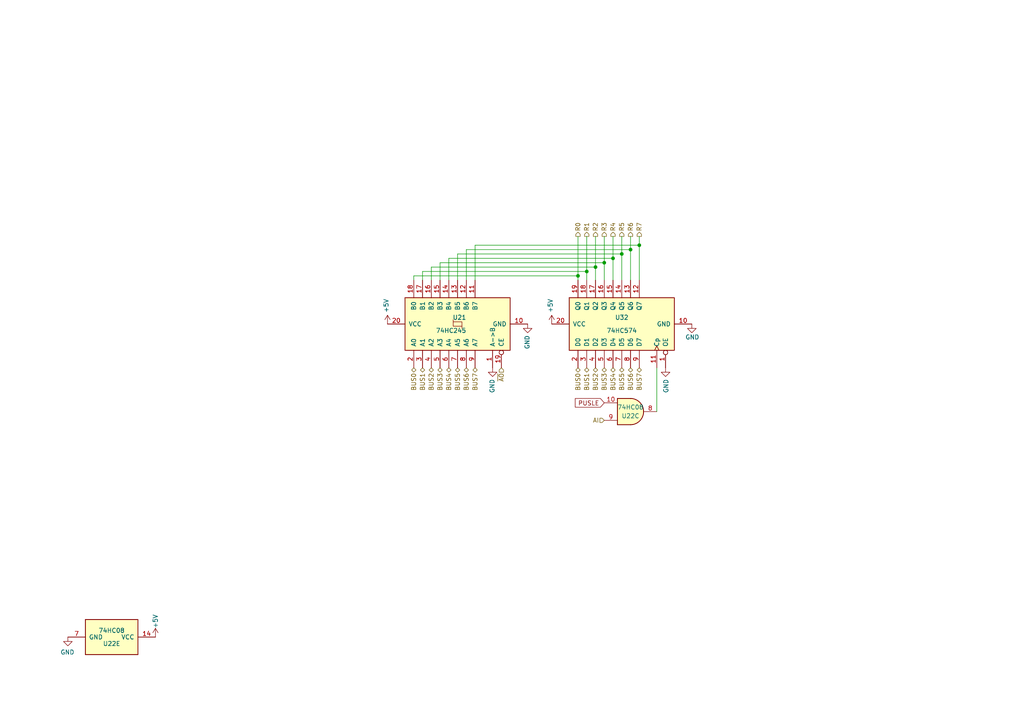
<source format=kicad_sch>
(kicad_sch (version 20211123) (generator eeschema)

  (uuid f8529c76-1044-4634-9957-c14ed2657ad1)

  (paper "A4")

  (title_block
    (title "A Register")
    (date "2022-07-16")
    (rev "1.6")
    (comment 2 "creativecommons.org/licenses/by-nc-sa/3.0/deed.en")
    (comment 3 "License: CC BY-NC-SA 3.0")
    (comment 4 "Author: Carsten Herting (slu4)")
  )

  (lib_symbols
    (symbol "74xx:74HC245" (pin_names (offset 1.016)) (in_bom yes) (on_board yes)
      (property "Reference" "U" (id 0) (at -7.62 16.51 0)
        (effects (font (size 1.27 1.27)))
      )
      (property "Value" "74HC245" (id 1) (at -7.62 -16.51 0)
        (effects (font (size 1.27 1.27)))
      )
      (property "Footprint" "" (id 2) (at 0 0 0)
        (effects (font (size 1.27 1.27)) hide)
      )
      (property "Datasheet" "http://www.ti.com/lit/gpn/sn74HC245" (id 3) (at 0 0 0)
        (effects (font (size 1.27 1.27)) hide)
      )
      (property "ki_locked" "" (id 4) (at 0 0 0)
        (effects (font (size 1.27 1.27)))
      )
      (property "ki_keywords" "HCMOS BUS 3State" (id 5) (at 0 0 0)
        (effects (font (size 1.27 1.27)) hide)
      )
      (property "ki_description" "Octal BUS Transceivers, 3-State outputs" (id 6) (at 0 0 0)
        (effects (font (size 1.27 1.27)) hide)
      )
      (property "ki_fp_filters" "DIP?20*" (id 7) (at 0 0 0)
        (effects (font (size 1.27 1.27)) hide)
      )
      (symbol "74HC245_1_0"
        (polyline
          (pts
            (xy -0.635 -1.27)
            (xy -0.635 1.27)
            (xy 0.635 1.27)
          )
          (stroke (width 0) (type default) (color 0 0 0 0))
          (fill (type none))
        )
        (polyline
          (pts
            (xy -1.27 -1.27)
            (xy 0.635 -1.27)
            (xy 0.635 1.27)
            (xy 1.27 1.27)
          )
          (stroke (width 0) (type default) (color 0 0 0 0))
          (fill (type none))
        )
        (pin input line (at -12.7 -10.16 0) (length 5.08)
          (name "A->B" (effects (font (size 1.27 1.27))))
          (number "1" (effects (font (size 1.27 1.27))))
        )
        (pin power_in line (at 0 -20.32 90) (length 5.08)
          (name "GND" (effects (font (size 1.27 1.27))))
          (number "10" (effects (font (size 1.27 1.27))))
        )
        (pin tri_state line (at 12.7 -5.08 180) (length 5.08)
          (name "B7" (effects (font (size 1.27 1.27))))
          (number "11" (effects (font (size 1.27 1.27))))
        )
        (pin tri_state line (at 12.7 -2.54 180) (length 5.08)
          (name "B6" (effects (font (size 1.27 1.27))))
          (number "12" (effects (font (size 1.27 1.27))))
        )
        (pin tri_state line (at 12.7 0 180) (length 5.08)
          (name "B5" (effects (font (size 1.27 1.27))))
          (number "13" (effects (font (size 1.27 1.27))))
        )
        (pin tri_state line (at 12.7 2.54 180) (length 5.08)
          (name "B4" (effects (font (size 1.27 1.27))))
          (number "14" (effects (font (size 1.27 1.27))))
        )
        (pin tri_state line (at 12.7 5.08 180) (length 5.08)
          (name "B3" (effects (font (size 1.27 1.27))))
          (number "15" (effects (font (size 1.27 1.27))))
        )
        (pin tri_state line (at 12.7 7.62 180) (length 5.08)
          (name "B2" (effects (font (size 1.27 1.27))))
          (number "16" (effects (font (size 1.27 1.27))))
        )
        (pin tri_state line (at 12.7 10.16 180) (length 5.08)
          (name "B1" (effects (font (size 1.27 1.27))))
          (number "17" (effects (font (size 1.27 1.27))))
        )
        (pin tri_state line (at 12.7 12.7 180) (length 5.08)
          (name "B0" (effects (font (size 1.27 1.27))))
          (number "18" (effects (font (size 1.27 1.27))))
        )
        (pin input inverted (at -12.7 -12.7 0) (length 5.08)
          (name "CE" (effects (font (size 1.27 1.27))))
          (number "19" (effects (font (size 1.27 1.27))))
        )
        (pin tri_state line (at -12.7 12.7 0) (length 5.08)
          (name "A0" (effects (font (size 1.27 1.27))))
          (number "2" (effects (font (size 1.27 1.27))))
        )
        (pin power_in line (at 0 20.32 270) (length 5.08)
          (name "VCC" (effects (font (size 1.27 1.27))))
          (number "20" (effects (font (size 1.27 1.27))))
        )
        (pin tri_state line (at -12.7 10.16 0) (length 5.08)
          (name "A1" (effects (font (size 1.27 1.27))))
          (number "3" (effects (font (size 1.27 1.27))))
        )
        (pin tri_state line (at -12.7 7.62 0) (length 5.08)
          (name "A2" (effects (font (size 1.27 1.27))))
          (number "4" (effects (font (size 1.27 1.27))))
        )
        (pin tri_state line (at -12.7 5.08 0) (length 5.08)
          (name "A3" (effects (font (size 1.27 1.27))))
          (number "5" (effects (font (size 1.27 1.27))))
        )
        (pin tri_state line (at -12.7 2.54 0) (length 5.08)
          (name "A4" (effects (font (size 1.27 1.27))))
          (number "6" (effects (font (size 1.27 1.27))))
        )
        (pin tri_state line (at -12.7 0 0) (length 5.08)
          (name "A5" (effects (font (size 1.27 1.27))))
          (number "7" (effects (font (size 1.27 1.27))))
        )
        (pin tri_state line (at -12.7 -2.54 0) (length 5.08)
          (name "A6" (effects (font (size 1.27 1.27))))
          (number "8" (effects (font (size 1.27 1.27))))
        )
        (pin tri_state line (at -12.7 -5.08 0) (length 5.08)
          (name "A7" (effects (font (size 1.27 1.27))))
          (number "9" (effects (font (size 1.27 1.27))))
        )
      )
      (symbol "74HC245_1_1"
        (rectangle (start -7.62 15.24) (end 7.62 -15.24)
          (stroke (width 0.254) (type default) (color 0 0 0 0))
          (fill (type background))
        )
      )
    )
    (symbol "8-Bit CPU 32k:74HC08" (pin_names (offset 1.016)) (in_bom yes) (on_board yes)
      (property "Reference" "U" (id 0) (at 0 1.27 0)
        (effects (font (size 1.27 1.27)))
      )
      (property "Value" "74HC08" (id 1) (at 0 -1.27 0)
        (effects (font (size 1.27 1.27)))
      )
      (property "Footprint" "" (id 2) (at 0 0 0)
        (effects (font (size 1.27 1.27)) hide)
      )
      (property "Datasheet" "http://www.ti.com/lit/gpn/sn74LS08" (id 3) (at 0 0 0)
        (effects (font (size 1.27 1.27)) hide)
      )
      (property "ki_locked" "" (id 4) (at 0 0 0)
        (effects (font (size 1.27 1.27)))
      )
      (property "ki_keywords" "TTL and2" (id 5) (at 0 0 0)
        (effects (font (size 1.27 1.27)) hide)
      )
      (property "ki_description" "Quad And2" (id 6) (at 0 0 0)
        (effects (font (size 1.27 1.27)) hide)
      )
      (property "ki_fp_filters" "DIP*W7.62mm*" (id 7) (at 0 0 0)
        (effects (font (size 1.27 1.27)) hide)
      )
      (symbol "74HC08_1_1"
        (arc (start 0 -3.81) (mid 3.81 0) (end 0 3.81)
          (stroke (width 0.254) (type default) (color 0 0 0 0))
          (fill (type background))
        )
        (polyline
          (pts
            (xy 0 3.81)
            (xy -3.81 3.81)
            (xy -3.81 -3.81)
            (xy 0 -3.81)
          )
          (stroke (width 0.254) (type default) (color 0 0 0 0))
          (fill (type background))
        )
        (pin input line (at -7.62 2.54 0) (length 3.81)
          (name "~" (effects (font (size 1.27 1.27))))
          (number "1" (effects (font (size 1.27 1.27))))
        )
        (pin input line (at -7.62 -2.54 0) (length 3.81)
          (name "~" (effects (font (size 1.27 1.27))))
          (number "2" (effects (font (size 1.27 1.27))))
        )
        (pin output line (at 7.62 0 180) (length 3.81)
          (name "~" (effects (font (size 1.27 1.27))))
          (number "3" (effects (font (size 1.27 1.27))))
        )
      )
      (symbol "74HC08_1_2"
        (arc (start -3.81 -3.81) (mid -2.589 0) (end -3.81 3.81)
          (stroke (width 0.254) (type default) (color 0 0 0 0))
          (fill (type none))
        )
        (arc (start -0.6096 -3.81) (mid 2.1842 -2.5851) (end 3.81 0)
          (stroke (width 0.254) (type default) (color 0 0 0 0))
          (fill (type background))
        )
        (polyline
          (pts
            (xy -3.81 -3.81)
            (xy -0.635 -3.81)
          )
          (stroke (width 0.254) (type default) (color 0 0 0 0))
          (fill (type background))
        )
        (polyline
          (pts
            (xy -3.81 3.81)
            (xy -0.635 3.81)
          )
          (stroke (width 0.254) (type default) (color 0 0 0 0))
          (fill (type background))
        )
        (polyline
          (pts
            (xy -0.635 3.81)
            (xy -3.81 3.81)
            (xy -3.81 3.81)
            (xy -3.556 3.4036)
            (xy -3.0226 2.2606)
            (xy -2.6924 1.0414)
            (xy -2.6162 -0.254)
            (xy -2.7686 -1.4986)
            (xy -3.175 -2.7178)
            (xy -3.81 -3.81)
            (xy -3.81 -3.81)
            (xy -0.635 -3.81)
          )
          (stroke (width -25.4) (type default) (color 0 0 0 0))
          (fill (type background))
        )
        (arc (start 3.81 0) (mid 2.1915 2.5936) (end -0.6096 3.81)
          (stroke (width 0.254) (type default) (color 0 0 0 0))
          (fill (type background))
        )
        (pin input inverted (at -7.62 2.54 0) (length 4.318)
          (name "~" (effects (font (size 1.27 1.27))))
          (number "1" (effects (font (size 1.27 1.27))))
        )
        (pin input inverted (at -7.62 -2.54 0) (length 4.318)
          (name "~" (effects (font (size 1.27 1.27))))
          (number "2" (effects (font (size 1.27 1.27))))
        )
        (pin output inverted (at 7.62 0 180) (length 3.81)
          (name "~" (effects (font (size 1.27 1.27))))
          (number "3" (effects (font (size 1.27 1.27))))
        )
      )
      (symbol "74HC08_2_1"
        (arc (start 0 -3.81) (mid 3.81 0) (end 0 3.81)
          (stroke (width 0.254) (type default) (color 0 0 0 0))
          (fill (type background))
        )
        (polyline
          (pts
            (xy 0 3.81)
            (xy -3.81 3.81)
            (xy -3.81 -3.81)
            (xy 0 -3.81)
          )
          (stroke (width 0.254) (type default) (color 0 0 0 0))
          (fill (type background))
        )
        (pin input line (at -7.62 2.54 0) (length 3.81)
          (name "~" (effects (font (size 1.27 1.27))))
          (number "4" (effects (font (size 1.27 1.27))))
        )
        (pin input line (at -7.62 -2.54 0) (length 3.81)
          (name "~" (effects (font (size 1.27 1.27))))
          (number "5" (effects (font (size 1.27 1.27))))
        )
        (pin output line (at 7.62 0 180) (length 3.81)
          (name "~" (effects (font (size 1.27 1.27))))
          (number "6" (effects (font (size 1.27 1.27))))
        )
      )
      (symbol "74HC08_2_2"
        (arc (start -3.81 -3.81) (mid -2.589 0) (end -3.81 3.81)
          (stroke (width 0.254) (type default) (color 0 0 0 0))
          (fill (type none))
        )
        (arc (start -0.6096 -3.81) (mid 2.1842 -2.5851) (end 3.81 0)
          (stroke (width 0.254) (type default) (color 0 0 0 0))
          (fill (type background))
        )
        (polyline
          (pts
            (xy -3.81 -3.81)
            (xy -0.635 -3.81)
          )
          (stroke (width 0.254) (type default) (color 0 0 0 0))
          (fill (type background))
        )
        (polyline
          (pts
            (xy -3.81 3.81)
            (xy -0.635 3.81)
          )
          (stroke (width 0.254) (type default) (color 0 0 0 0))
          (fill (type background))
        )
        (polyline
          (pts
            (xy -0.635 3.81)
            (xy -3.81 3.81)
            (xy -3.81 3.81)
            (xy -3.556 3.4036)
            (xy -3.0226 2.2606)
            (xy -2.6924 1.0414)
            (xy -2.6162 -0.254)
            (xy -2.7686 -1.4986)
            (xy -3.175 -2.7178)
            (xy -3.81 -3.81)
            (xy -3.81 -3.81)
            (xy -0.635 -3.81)
          )
          (stroke (width -25.4) (type default) (color 0 0 0 0))
          (fill (type background))
        )
        (arc (start 3.81 0) (mid 2.1915 2.5936) (end -0.6096 3.81)
          (stroke (width 0.254) (type default) (color 0 0 0 0))
          (fill (type background))
        )
        (pin input inverted (at -7.62 2.54 0) (length 4.318)
          (name "~" (effects (font (size 1.27 1.27))))
          (number "4" (effects (font (size 1.27 1.27))))
        )
        (pin input inverted (at -7.62 -2.54 0) (length 4.318)
          (name "~" (effects (font (size 1.27 1.27))))
          (number "5" (effects (font (size 1.27 1.27))))
        )
        (pin output inverted (at 7.62 0 180) (length 3.81)
          (name "~" (effects (font (size 1.27 1.27))))
          (number "6" (effects (font (size 1.27 1.27))))
        )
      )
      (symbol "74HC08_3_1"
        (arc (start 0 -3.81) (mid 3.81 0) (end 0 3.81)
          (stroke (width 0.254) (type default) (color 0 0 0 0))
          (fill (type background))
        )
        (polyline
          (pts
            (xy 0 3.81)
            (xy -3.81 3.81)
            (xy -3.81 -3.81)
            (xy 0 -3.81)
          )
          (stroke (width 0.254) (type default) (color 0 0 0 0))
          (fill (type background))
        )
        (pin input line (at -7.62 -2.54 0) (length 3.81)
          (name "~" (effects (font (size 1.27 1.27))))
          (number "10" (effects (font (size 1.27 1.27))))
        )
        (pin output line (at 7.62 0 180) (length 3.81)
          (name "~" (effects (font (size 1.27 1.27))))
          (number "8" (effects (font (size 1.27 1.27))))
        )
        (pin input line (at -7.62 2.54 0) (length 3.81)
          (name "~" (effects (font (size 1.27 1.27))))
          (number "9" (effects (font (size 1.27 1.27))))
        )
      )
      (symbol "74HC08_3_2"
        (arc (start -3.81 -3.81) (mid -2.589 0) (end -3.81 3.81)
          (stroke (width 0.254) (type default) (color 0 0 0 0))
          (fill (type none))
        )
        (arc (start -0.6096 -3.81) (mid 2.1842 -2.5851) (end 3.81 0)
          (stroke (width 0.254) (type default) (color 0 0 0 0))
          (fill (type background))
        )
        (polyline
          (pts
            (xy -3.81 -3.81)
            (xy -0.635 -3.81)
          )
          (stroke (width 0.254) (type default) (color 0 0 0 0))
          (fill (type background))
        )
        (polyline
          (pts
            (xy -3.81 3.81)
            (xy -0.635 3.81)
          )
          (stroke (width 0.254) (type default) (color 0 0 0 0))
          (fill (type background))
        )
        (polyline
          (pts
            (xy -0.635 3.81)
            (xy -3.81 3.81)
            (xy -3.81 3.81)
            (xy -3.556 3.4036)
            (xy -3.0226 2.2606)
            (xy -2.6924 1.0414)
            (xy -2.6162 -0.254)
            (xy -2.7686 -1.4986)
            (xy -3.175 -2.7178)
            (xy -3.81 -3.81)
            (xy -3.81 -3.81)
            (xy -0.635 -3.81)
          )
          (stroke (width -25.4) (type default) (color 0 0 0 0))
          (fill (type background))
        )
        (arc (start 3.81 0) (mid 2.1915 2.5936) (end -0.6096 3.81)
          (stroke (width 0.254) (type default) (color 0 0 0 0))
          (fill (type background))
        )
        (pin input inverted (at -7.62 -2.54 0) (length 4.318)
          (name "~" (effects (font (size 1.27 1.27))))
          (number "10" (effects (font (size 1.27 1.27))))
        )
        (pin output inverted (at 7.62 0 180) (length 3.81)
          (name "~" (effects (font (size 1.27 1.27))))
          (number "8" (effects (font (size 1.27 1.27))))
        )
        (pin input inverted (at -7.62 2.54 0) (length 4.318)
          (name "~" (effects (font (size 1.27 1.27))))
          (number "9" (effects (font (size 1.27 1.27))))
        )
      )
      (symbol "74HC08_4_1"
        (arc (start 0 -3.81) (mid 3.81 0) (end 0 3.81)
          (stroke (width 0.254) (type default) (color 0 0 0 0))
          (fill (type background))
        )
        (polyline
          (pts
            (xy 0 3.81)
            (xy -3.81 3.81)
            (xy -3.81 -3.81)
            (xy 0 -3.81)
          )
          (stroke (width 0.254) (type default) (color 0 0 0 0))
          (fill (type background))
        )
        (pin output line (at 7.62 0 180) (length 3.81)
          (name "~" (effects (font (size 1.27 1.27))))
          (number "11" (effects (font (size 1.27 1.27))))
        )
        (pin input line (at -7.62 2.54 0) (length 3.81)
          (name "~" (effects (font (size 1.27 1.27))))
          (number "12" (effects (font (size 1.27 1.27))))
        )
        (pin input line (at -7.62 -2.54 0) (length 3.81)
          (name "~" (effects (font (size 1.27 1.27))))
          (number "13" (effects (font (size 1.27 1.27))))
        )
      )
      (symbol "74HC08_4_2"
        (arc (start -3.81 -3.81) (mid -2.589 0) (end -3.81 3.81)
          (stroke (width 0.254) (type default) (color 0 0 0 0))
          (fill (type none))
        )
        (arc (start -0.6096 -3.81) (mid 2.1842 -2.5851) (end 3.81 0)
          (stroke (width 0.254) (type default) (color 0 0 0 0))
          (fill (type background))
        )
        (polyline
          (pts
            (xy -3.81 -3.81)
            (xy -0.635 -3.81)
          )
          (stroke (width 0.254) (type default) (color 0 0 0 0))
          (fill (type background))
        )
        (polyline
          (pts
            (xy -3.81 3.81)
            (xy -0.635 3.81)
          )
          (stroke (width 0.254) (type default) (color 0 0 0 0))
          (fill (type background))
        )
        (polyline
          (pts
            (xy -0.635 3.81)
            (xy -3.81 3.81)
            (xy -3.81 3.81)
            (xy -3.556 3.4036)
            (xy -3.0226 2.2606)
            (xy -2.6924 1.0414)
            (xy -2.6162 -0.254)
            (xy -2.7686 -1.4986)
            (xy -3.175 -2.7178)
            (xy -3.81 -3.81)
            (xy -3.81 -3.81)
            (xy -0.635 -3.81)
          )
          (stroke (width -25.4) (type default) (color 0 0 0 0))
          (fill (type background))
        )
        (arc (start 3.81 0) (mid 2.1915 2.5936) (end -0.6096 3.81)
          (stroke (width 0.254) (type default) (color 0 0 0 0))
          (fill (type background))
        )
        (pin output inverted (at 7.62 0 180) (length 3.81)
          (name "~" (effects (font (size 1.27 1.27))))
          (number "11" (effects (font (size 1.27 1.27))))
        )
        (pin input inverted (at -7.62 2.54 0) (length 4.318)
          (name "~" (effects (font (size 1.27 1.27))))
          (number "12" (effects (font (size 1.27 1.27))))
        )
        (pin input inverted (at -7.62 -2.54 0) (length 4.318)
          (name "~" (effects (font (size 1.27 1.27))))
          (number "13" (effects (font (size 1.27 1.27))))
        )
      )
      (symbol "74HC08_5_0"
        (pin power_in line (at 0 12.7 270) (length 5.08)
          (name "VCC" (effects (font (size 1.27 1.27))))
          (number "14" (effects (font (size 1.27 1.27))))
        )
        (pin power_in line (at 0 -12.7 90) (length 5.08)
          (name "GND" (effects (font (size 1.27 1.27))))
          (number "7" (effects (font (size 1.27 1.27))))
        )
      )
      (symbol "74HC08_5_1"
        (rectangle (start -5.08 7.62) (end 5.08 -7.62)
          (stroke (width 0.254) (type default) (color 0 0 0 0))
          (fill (type background))
        )
      )
    )
    (symbol "8-Bit CPU 32k:74HC574" (pin_names (offset 1.016)) (in_bom yes) (on_board yes)
      (property "Reference" "U" (id 0) (at -7.62 16.51 0)
        (effects (font (size 1.27 1.27)))
      )
      (property "Value" "74HC574" (id 1) (at -7.62 -16.51 0)
        (effects (font (size 1.27 1.27)))
      )
      (property "Footprint" "" (id 2) (at 0 0 0)
        (effects (font (size 1.27 1.27)) hide)
      )
      (property "Datasheet" "http://www.ti.com/lit/gpn/sn74LS574" (id 3) (at 0 0 0)
        (effects (font (size 1.27 1.27)) hide)
      )
      (property "ki_locked" "" (id 4) (at 0 0 0)
        (effects (font (size 1.27 1.27)))
      )
      (property "ki_keywords" "TTL REG DFF DFF8 3State" (id 5) (at 0 0 0)
        (effects (font (size 1.27 1.27)) hide)
      )
      (property "ki_description" "8-bit Register, 3-state outputs" (id 6) (at 0 0 0)
        (effects (font (size 1.27 1.27)) hide)
      )
      (property "ki_fp_filters" "DIP?20*" (id 7) (at 0 0 0)
        (effects (font (size 1.27 1.27)) hide)
      )
      (symbol "74HC574_1_0"
        (pin input inverted (at -12.7 -12.7 0) (length 5.08)
          (name "OE" (effects (font (size 1.27 1.27))))
          (number "1" (effects (font (size 1.27 1.27))))
        )
        (pin power_in line (at 0 -20.32 90) (length 5.08)
          (name "GND" (effects (font (size 1.27 1.27))))
          (number "10" (effects (font (size 1.27 1.27))))
        )
        (pin input clock (at -12.7 -10.16 0) (length 5.08)
          (name "Cp" (effects (font (size 1.27 1.27))))
          (number "11" (effects (font (size 1.27 1.27))))
        )
        (pin tri_state line (at 12.7 -5.08 180) (length 5.08)
          (name "Q7" (effects (font (size 1.27 1.27))))
          (number "12" (effects (font (size 1.27 1.27))))
        )
        (pin tri_state line (at 12.7 -2.54 180) (length 5.08)
          (name "Q6" (effects (font (size 1.27 1.27))))
          (number "13" (effects (font (size 1.27 1.27))))
        )
        (pin tri_state line (at 12.7 0 180) (length 5.08)
          (name "Q5" (effects (font (size 1.27 1.27))))
          (number "14" (effects (font (size 1.27 1.27))))
        )
        (pin tri_state line (at 12.7 2.54 180) (length 5.08)
          (name "Q4" (effects (font (size 1.27 1.27))))
          (number "15" (effects (font (size 1.27 1.27))))
        )
        (pin tri_state line (at 12.7 5.08 180) (length 5.08)
          (name "Q3" (effects (font (size 1.27 1.27))))
          (number "16" (effects (font (size 1.27 1.27))))
        )
        (pin tri_state line (at 12.7 7.62 180) (length 5.08)
          (name "Q2" (effects (font (size 1.27 1.27))))
          (number "17" (effects (font (size 1.27 1.27))))
        )
        (pin tri_state line (at 12.7 10.16 180) (length 5.08)
          (name "Q1" (effects (font (size 1.27 1.27))))
          (number "18" (effects (font (size 1.27 1.27))))
        )
        (pin tri_state line (at 12.7 12.7 180) (length 5.08)
          (name "Q0" (effects (font (size 1.27 1.27))))
          (number "19" (effects (font (size 1.27 1.27))))
        )
        (pin input line (at -12.7 12.7 0) (length 5.08)
          (name "D0" (effects (font (size 1.27 1.27))))
          (number "2" (effects (font (size 1.27 1.27))))
        )
        (pin power_in line (at 0 20.32 270) (length 5.08)
          (name "VCC" (effects (font (size 1.27 1.27))))
          (number "20" (effects (font (size 1.27 1.27))))
        )
        (pin input line (at -12.7 10.16 0) (length 5.08)
          (name "D1" (effects (font (size 1.27 1.27))))
          (number "3" (effects (font (size 1.27 1.27))))
        )
        (pin input line (at -12.7 7.62 0) (length 5.08)
          (name "D2" (effects (font (size 1.27 1.27))))
          (number "4" (effects (font (size 1.27 1.27))))
        )
        (pin input line (at -12.7 5.08 0) (length 5.08)
          (name "D3" (effects (font (size 1.27 1.27))))
          (number "5" (effects (font (size 1.27 1.27))))
        )
        (pin input line (at -12.7 2.54 0) (length 5.08)
          (name "D4" (effects (font (size 1.27 1.27))))
          (number "6" (effects (font (size 1.27 1.27))))
        )
        (pin input line (at -12.7 0 0) (length 5.08)
          (name "D5" (effects (font (size 1.27 1.27))))
          (number "7" (effects (font (size 1.27 1.27))))
        )
        (pin input line (at -12.7 -2.54 0) (length 5.08)
          (name "D6" (effects (font (size 1.27 1.27))))
          (number "8" (effects (font (size 1.27 1.27))))
        )
        (pin input line (at -12.7 -5.08 0) (length 5.08)
          (name "D7" (effects (font (size 1.27 1.27))))
          (number "9" (effects (font (size 1.27 1.27))))
        )
      )
      (symbol "74HC574_1_1"
        (rectangle (start -7.62 15.24) (end 7.62 -15.24)
          (stroke (width 0.254) (type default) (color 0 0 0 0))
          (fill (type background))
        )
      )
    )
    (symbol "power:+5V" (power) (pin_names (offset 0)) (in_bom yes) (on_board yes)
      (property "Reference" "#PWR" (id 0) (at 0 -3.81 0)
        (effects (font (size 1.27 1.27)) hide)
      )
      (property "Value" "+5V" (id 1) (at 0 3.556 0)
        (effects (font (size 1.27 1.27)))
      )
      (property "Footprint" "" (id 2) (at 0 0 0)
        (effects (font (size 1.27 1.27)) hide)
      )
      (property "Datasheet" "" (id 3) (at 0 0 0)
        (effects (font (size 1.27 1.27)) hide)
      )
      (property "ki_keywords" "power-flag" (id 4) (at 0 0 0)
        (effects (font (size 1.27 1.27)) hide)
      )
      (property "ki_description" "Power symbol creates a global label with name \"+5V\"" (id 5) (at 0 0 0)
        (effects (font (size 1.27 1.27)) hide)
      )
      (symbol "+5V_0_1"
        (polyline
          (pts
            (xy -0.762 1.27)
            (xy 0 2.54)
          )
          (stroke (width 0) (type default) (color 0 0 0 0))
          (fill (type none))
        )
        (polyline
          (pts
            (xy 0 0)
            (xy 0 2.54)
          )
          (stroke (width 0) (type default) (color 0 0 0 0))
          (fill (type none))
        )
        (polyline
          (pts
            (xy 0 2.54)
            (xy 0.762 1.27)
          )
          (stroke (width 0) (type default) (color 0 0 0 0))
          (fill (type none))
        )
      )
      (symbol "+5V_1_1"
        (pin power_in line (at 0 0 90) (length 0) hide
          (name "+5V" (effects (font (size 1.27 1.27))))
          (number "1" (effects (font (size 1.27 1.27))))
        )
      )
    )
    (symbol "power:GND" (power) (pin_names (offset 0)) (in_bom yes) (on_board yes)
      (property "Reference" "#PWR" (id 0) (at 0 -6.35 0)
        (effects (font (size 1.27 1.27)) hide)
      )
      (property "Value" "GND" (id 1) (at 0 -3.81 0)
        (effects (font (size 1.27 1.27)))
      )
      (property "Footprint" "" (id 2) (at 0 0 0)
        (effects (font (size 1.27 1.27)) hide)
      )
      (property "Datasheet" "" (id 3) (at 0 0 0)
        (effects (font (size 1.27 1.27)) hide)
      )
      (property "ki_keywords" "power-flag" (id 4) (at 0 0 0)
        (effects (font (size 1.27 1.27)) hide)
      )
      (property "ki_description" "Power symbol creates a global label with name \"GND\" , ground" (id 5) (at 0 0 0)
        (effects (font (size 1.27 1.27)) hide)
      )
      (symbol "GND_0_1"
        (polyline
          (pts
            (xy 0 0)
            (xy 0 -1.27)
            (xy 1.27 -1.27)
            (xy 0 -2.54)
            (xy -1.27 -1.27)
            (xy 0 -1.27)
          )
          (stroke (width 0) (type default) (color 0 0 0 0))
          (fill (type none))
        )
      )
      (symbol "GND_1_1"
        (pin power_in line (at 0 0 270) (length 0) hide
          (name "GND" (effects (font (size 1.27 1.27))))
          (number "1" (effects (font (size 1.27 1.27))))
        )
      )
    )
  )

  (junction (at 172.72 77.47) (diameter 0) (color 0 0 0 0)
    (uuid 08325074-09da-40cf-ad33-6f7a23d14dcf)
  )
  (junction (at 185.42 71.12) (diameter 0) (color 0 0 0 0)
    (uuid 0ce7ebaa-c8ac-42e0-9faa-616c0b4b06fd)
  )
  (junction (at 170.18 78.74) (diameter 0) (color 0 0 0 0)
    (uuid 129238a8-530f-432f-b422-4cdb2f1d550e)
  )
  (junction (at 180.34 73.66) (diameter 0) (color 0 0 0 0)
    (uuid 3b94a136-3608-4259-9e20-2808d87e799b)
  )
  (junction (at 182.88 72.39) (diameter 0) (color 0 0 0 0)
    (uuid 46250fc7-9876-4eb3-9352-794dcc8dc14a)
  )
  (junction (at 167.64 80.01) (diameter 0) (color 0 0 0 0)
    (uuid 4e59caf5-61b1-4e6a-8e4c-178ce53062ca)
  )
  (junction (at 177.8 74.93) (diameter 0) (color 0 0 0 0)
    (uuid 9ea1205d-4853-4709-913f-6c59860cad2e)
  )
  (junction (at 175.26 76.2) (diameter 0) (color 0 0 0 0)
    (uuid cb23a984-fa5c-4180-949e-6c2215342ac2)
  )

  (wire (pts (xy 170.18 78.74) (xy 170.18 81.28))
    (stroke (width 0) (type default) (color 0 0 0 0))
    (uuid 029c7e71-d74e-44c7-952e-229e8bbc7560)
  )
  (wire (pts (xy 137.795 71.12) (xy 185.42 71.12))
    (stroke (width 0) (type default) (color 0 0 0 0))
    (uuid 08aa4246-7a22-4324-8e96-b13a2d20361a)
  )
  (wire (pts (xy 185.42 71.12) (xy 185.42 81.28))
    (stroke (width 0) (type default) (color 0 0 0 0))
    (uuid 141d8d3e-83a8-4062-84db-cb6ac7fb9bf9)
  )
  (wire (pts (xy 130.175 74.93) (xy 130.175 81.28))
    (stroke (width 0) (type default) (color 0 0 0 0))
    (uuid 1713cdcc-198f-409b-aa60-044f9906c194)
  )
  (wire (pts (xy 175.26 76.2) (xy 127.635 76.2))
    (stroke (width 0) (type default) (color 0 0 0 0))
    (uuid 1d245daf-ac7f-4db4-949d-37b7a85ee51b)
  )
  (wire (pts (xy 177.8 68.58) (xy 177.8 74.93))
    (stroke (width 0) (type default) (color 0 0 0 0))
    (uuid 1fb88405-880c-4762-8169-1d0b63741dcc)
  )
  (wire (pts (xy 175.26 68.58) (xy 175.26 76.2))
    (stroke (width 0) (type default) (color 0 0 0 0))
    (uuid 2e7b60cb-d785-43cc-a644-48f11c6bf261)
  )
  (wire (pts (xy 167.64 81.28) (xy 167.64 80.01))
    (stroke (width 0) (type default) (color 0 0 0 0))
    (uuid 30eaf83a-3c35-4052-9f48-6f6d5dd4eb43)
  )
  (wire (pts (xy 167.64 68.58) (xy 167.64 80.01))
    (stroke (width 0) (type default) (color 0 0 0 0))
    (uuid 4021529c-db1c-4f9c-97f2-0204a621652c)
  )
  (wire (pts (xy 185.42 68.58) (xy 185.42 71.12))
    (stroke (width 0) (type default) (color 0 0 0 0))
    (uuid 42611bc9-e9e0-49b2-81c5-c587c9c61a7e)
  )
  (wire (pts (xy 127.635 76.2) (xy 127.635 81.28))
    (stroke (width 0) (type default) (color 0 0 0 0))
    (uuid 45ff570a-003d-4c66-a29a-7ace91002da5)
  )
  (wire (pts (xy 137.795 71.12) (xy 137.795 81.28))
    (stroke (width 0) (type default) (color 0 0 0 0))
    (uuid 4be2f87d-79ea-4770-9e8c-aae5c1079636)
  )
  (wire (pts (xy 182.88 81.28) (xy 182.88 72.39))
    (stroke (width 0) (type default) (color 0 0 0 0))
    (uuid 5f0a256a-cc15-4fe0-af87-83100549573e)
  )
  (wire (pts (xy 177.8 74.93) (xy 177.8 81.28))
    (stroke (width 0) (type default) (color 0 0 0 0))
    (uuid 6819426c-e1b2-4b7e-92ea-1c30e95349a2)
  )
  (wire (pts (xy 190.5 119.38) (xy 190.5 106.68))
    (stroke (width 0) (type default) (color 0 0 0 0))
    (uuid 68a3727e-789a-4870-a2b7-6dba76f23af9)
  )
  (wire (pts (xy 182.88 68.58) (xy 182.88 72.39))
    (stroke (width 0) (type default) (color 0 0 0 0))
    (uuid 71b1a861-5d67-40c3-a4bc-7120eac67d9a)
  )
  (wire (pts (xy 135.255 72.39) (xy 135.255 81.28))
    (stroke (width 0) (type default) (color 0 0 0 0))
    (uuid 71d82cbb-76f0-4ec4-94af-ed07973cf7a6)
  )
  (wire (pts (xy 132.715 73.66) (xy 132.715 81.28))
    (stroke (width 0) (type default) (color 0 0 0 0))
    (uuid 742186a1-50cb-456f-8ee3-65d0a9c3260c)
  )
  (wire (pts (xy 182.88 72.39) (xy 135.255 72.39))
    (stroke (width 0) (type default) (color 0 0 0 0))
    (uuid 75ece56e-b6f5-4d4f-b619-1ac1b41839c4)
  )
  (wire (pts (xy 122.555 78.74) (xy 122.555 81.28))
    (stroke (width 0) (type default) (color 0 0 0 0))
    (uuid 78c8bf26-e2f5-4086-827e-18ec5a29a85b)
  )
  (wire (pts (xy 180.34 73.66) (xy 180.34 81.28))
    (stroke (width 0) (type default) (color 0 0 0 0))
    (uuid 7b97accf-c464-4d43-9b44-5d92390a8c94)
  )
  (wire (pts (xy 180.34 68.58) (xy 180.34 73.66))
    (stroke (width 0) (type default) (color 0 0 0 0))
    (uuid 81822baa-746d-4ae1-885d-e237fe230001)
  )
  (wire (pts (xy 167.64 80.01) (xy 120.015 80.01))
    (stroke (width 0) (type default) (color 0 0 0 0))
    (uuid 82b84f94-269b-43bc-a130-12e11ab2898c)
  )
  (wire (pts (xy 125.095 77.47) (xy 125.095 81.28))
    (stroke (width 0) (type default) (color 0 0 0 0))
    (uuid 8e1ee52a-9cec-44e5-b6d1-428e1d99e995)
  )
  (wire (pts (xy 175.26 81.28) (xy 175.26 76.2))
    (stroke (width 0) (type default) (color 0 0 0 0))
    (uuid a29f96d3-5689-4979-8773-697ce7e7cbaa)
  )
  (wire (pts (xy 120.015 80.01) (xy 120.015 81.28))
    (stroke (width 0) (type default) (color 0 0 0 0))
    (uuid bb5713bb-2334-40bc-a313-ecc822055845)
  )
  (wire (pts (xy 130.175 74.93) (xy 177.8 74.93))
    (stroke (width 0) (type default) (color 0 0 0 0))
    (uuid c2bdf473-a0da-41be-98fb-45dc9a4fbf6e)
  )
  (wire (pts (xy 122.555 78.74) (xy 170.18 78.74))
    (stroke (width 0) (type default) (color 0 0 0 0))
    (uuid c89937d8-ed64-4173-ac52-a235f2ec43b4)
  )
  (wire (pts (xy 172.72 77.47) (xy 172.72 81.28))
    (stroke (width 0) (type default) (color 0 0 0 0))
    (uuid e5030caf-cb20-4173-a7b9-cdd06bd7b4a8)
  )
  (wire (pts (xy 172.72 68.58) (xy 172.72 77.47))
    (stroke (width 0) (type default) (color 0 0 0 0))
    (uuid e626b54a-c376-4349-83fa-e528e1978a75)
  )
  (wire (pts (xy 170.18 68.58) (xy 170.18 78.74))
    (stroke (width 0) (type default) (color 0 0 0 0))
    (uuid e9fa5b4a-398a-4690-9747-ed49a0a6f4d5)
  )
  (wire (pts (xy 125.095 77.47) (xy 172.72 77.47))
    (stroke (width 0) (type default) (color 0 0 0 0))
    (uuid f71bbc34-e139-4379-af9e-5e05c1674515)
  )
  (wire (pts (xy 132.715 73.66) (xy 180.34 73.66))
    (stroke (width 0) (type default) (color 0 0 0 0))
    (uuid f8ef787e-22e3-450d-b6f0-914d63cae223)
  )

  (global_label "PUSLE" (shape input) (at 175.26 116.84 180) (fields_autoplaced)
    (effects (font (size 1.27 1.27)) (justify right))
    (uuid 0ccd7f4f-aeae-4077-b905-b4a505a5ff92)
    (property "Intersheet References" "${INTERSHEET_REFS}" (id 0) (at 166.9487 116.7606 0)
      (effects (font (size 1.27 1.27)) (justify right) hide)
    )
  )

  (hierarchical_label "BUS5" (shape bidirectional) (at 132.715 106.68 270)
    (effects (font (size 1.27 1.27)) (justify right))
    (uuid 0ccbe3d6-0d9c-4d41-b372-1b4cd2344174)
  )
  (hierarchical_label "R3" (shape output) (at 175.26 68.58 90)
    (effects (font (size 1.27 1.27)) (justify left))
    (uuid 0cf483b5-bc2a-4aef-acc3-8acdaa0c1295)
  )
  (hierarchical_label "BUS1" (shape bidirectional) (at 170.18 106.68 270)
    (effects (font (size 1.27 1.27)) (justify right))
    (uuid 0dc66b41-fc11-44d0-8a0f-22e9676bc507)
  )
  (hierarchical_label "R6" (shape output) (at 182.88 68.58 90)
    (effects (font (size 1.27 1.27)) (justify left))
    (uuid 33799991-8734-457f-a02a-74f75bc9de09)
  )
  (hierarchical_label "BUS6" (shape bidirectional) (at 182.88 106.68 270)
    (effects (font (size 1.27 1.27)) (justify right))
    (uuid 3798a0fe-19c8-4fb3-a942-6301ce08776a)
  )
  (hierarchical_label "BUS7" (shape bidirectional) (at 185.42 106.68 270)
    (effects (font (size 1.27 1.27)) (justify right))
    (uuid 43b71c93-48ce-4b89-95f1-f38be0da704a)
  )
  (hierarchical_label "R7" (shape output) (at 185.42 68.58 90)
    (effects (font (size 1.27 1.27)) (justify left))
    (uuid 534f6d79-44dc-4e87-8ff8-18b3190140ba)
  )
  (hierarchical_label "BUS2" (shape bidirectional) (at 172.72 106.68 270)
    (effects (font (size 1.27 1.27)) (justify right))
    (uuid 58faa9bf-c4a0-408f-a2cc-86ae04e6205f)
  )
  (hierarchical_label "BUS6" (shape bidirectional) (at 135.255 106.68 270)
    (effects (font (size 1.27 1.27)) (justify right))
    (uuid 59daca37-cd14-425d-84f9-46710483ac92)
  )
  (hierarchical_label "BUS2" (shape bidirectional) (at 125.095 106.68 270)
    (effects (font (size 1.27 1.27)) (justify right))
    (uuid 5f10c8b5-2bcf-4672-957f-8086617b7f90)
  )
  (hierarchical_label "BUS0" (shape bidirectional) (at 167.64 106.68 270)
    (effects (font (size 1.27 1.27)) (justify right))
    (uuid 5faba336-8d98-42d1-9b46-94fd18e88d03)
  )
  (hierarchical_label "R4" (shape output) (at 177.8 68.58 90)
    (effects (font (size 1.27 1.27)) (justify left))
    (uuid 614fcac0-c929-4866-a09c-a169e3f7cdd8)
  )
  (hierarchical_label "BUS0" (shape bidirectional) (at 120.015 106.68 270)
    (effects (font (size 1.27 1.27)) (justify right))
    (uuid 62dc354b-d987-44e9-9056-9c54e2e9698f)
  )
  (hierarchical_label "R0" (shape output) (at 167.64 68.58 90)
    (effects (font (size 1.27 1.27)) (justify left))
    (uuid 642aeddf-151f-42c4-a249-7f3a1cf3f9f6)
  )
  (hierarchical_label "BUS7" (shape bidirectional) (at 137.795 106.68 270)
    (effects (font (size 1.27 1.27)) (justify right))
    (uuid 70f06340-8878-41a0-b5f2-97b4cda0b004)
  )
  (hierarchical_label "R5" (shape output) (at 180.34 68.58 90)
    (effects (font (size 1.27 1.27)) (justify left))
    (uuid 8a8d89e2-2ac5-4852-a8d8-6b6f0fe873f1)
  )
  (hierarchical_label "BUS4" (shape bidirectional) (at 130.175 106.68 270)
    (effects (font (size 1.27 1.27)) (justify right))
    (uuid 9eaa632f-607a-4996-84bf-52b9c7fc1244)
  )
  (hierarchical_label "BUS3" (shape bidirectional) (at 175.26 106.68 270)
    (effects (font (size 1.27 1.27)) (justify right))
    (uuid b5a48114-3789-4462-beca-cc71f3d66393)
  )
  (hierarchical_label "BUS4" (shape bidirectional) (at 177.8 106.68 270)
    (effects (font (size 1.27 1.27)) (justify right))
    (uuid b75dcb9b-ca6f-435b-926d-09fbdeae7e7a)
  )
  (hierarchical_label "BUS5" (shape bidirectional) (at 180.34 106.68 270)
    (effects (font (size 1.27 1.27)) (justify right))
    (uuid bd0a681d-4d59-41b6-aa97-5c13856ff2c8)
  )
  (hierarchical_label "BUS1" (shape bidirectional) (at 122.555 106.68 270)
    (effects (font (size 1.27 1.27)) (justify right))
    (uuid ca64db8d-f8ec-4fde-9c93-de373809128b)
  )
  (hierarchical_label "BUS3" (shape bidirectional) (at 127.635 106.68 270)
    (effects (font (size 1.27 1.27)) (justify right))
    (uuid d0cb20ce-cfc3-48d1-93bb-0fbcdbd78da4)
  )
  (hierarchical_label "AI" (shape input) (at 175.26 121.92 180)
    (effects (font (size 1.27 1.27)) (justify right))
    (uuid e01cc6a2-4724-41fe-beb5-070dcb2f5a04)
  )
  (hierarchical_label "~{AO}" (shape input) (at 145.415 106.68 270)
    (effects (font (size 1.27 1.27)) (justify right))
    (uuid f35f1ef9-03fb-4f3e-a57a-c50580c4236d)
  )
  (hierarchical_label "R1" (shape output) (at 170.18 68.58 90)
    (effects (font (size 1.27 1.27)) (justify left))
    (uuid f3ff17de-434c-4f6e-87cc-b42e6a244e9e)
  )
  (hierarchical_label "R2" (shape output) (at 172.72 68.58 90)
    (effects (font (size 1.27 1.27)) (justify left))
    (uuid fceb9c85-5498-47a4-84ce-0e87b7a3bba9)
  )

  (symbol (lib_id "74xx:74HC245") (at 132.715 93.98 90) (unit 1)
    (in_bom yes) (on_board yes)
    (uuid 00000000-0000-0000-0000-00005f1007bd)
    (property "Reference" "U21" (id 0) (at 135.255 92.075 90)
      (effects (font (size 1.27 1.27)) (justify left))
    )
    (property "Value" "74HC245" (id 1) (at 135.255 95.885 90)
      (effects (font (size 1.27 1.27)) (justify left))
    )
    (property "Footprint" "Package_DIP:DIP-20_W7.62mm" (id 2) (at 132.715 93.98 0)
      (effects (font (size 1.27 1.27)) hide)
    )
    (property "Datasheet" "http://www.ti.com/lit/gpn/sn74HC245" (id 3) (at 132.715 93.98 0)
      (effects (font (size 1.27 1.27)) hide)
    )
    (pin "1" (uuid 6c0fd635-cf5f-40cb-92ad-7eb94632df43))
    (pin "10" (uuid e3bd10e7-6c6e-4cd8-b628-cc8bcb1db314))
    (pin "11" (uuid 3d3455db-4fea-4b1c-b48c-89012867ddce))
    (pin "12" (uuid 53196bfa-0068-43fd-a33d-9d634bf2e832))
    (pin "13" (uuid 358f559e-78cf-4cf1-8870-d5a678bb9af9))
    (pin "14" (uuid c2cf22f4-21cd-40f6-870f-1cfb4586b85e))
    (pin "15" (uuid 39948d9b-0494-4000-b024-598bab7bc609))
    (pin "16" (uuid 3ffdd1fc-4c27-4e40-97dc-52e33a02e09c))
    (pin "17" (uuid 66adfa32-d402-4b0a-bfe0-04129f883ba7))
    (pin "18" (uuid fd065e61-8967-4716-b2ed-26be3e7ad071))
    (pin "19" (uuid 162ad341-d8ab-4bc6-a02b-dfaedbd797c4))
    (pin "2" (uuid c4144620-017f-42ae-b073-5b3316661349))
    (pin "20" (uuid 6ee8b041-0a6b-4c99-8503-7074a287c046))
    (pin "3" (uuid 7dc3004a-4b7c-4d16-ae0d-9e605a25f13d))
    (pin "4" (uuid 27e3993c-45d9-4c38-bd39-00728cd997d7))
    (pin "5" (uuid afe13008-e4df-419a-92c2-b6b04ec9e94f))
    (pin "6" (uuid 3a9dba3b-d61d-452b-918d-b7356730a1f5))
    (pin "7" (uuid 7c5eadcc-eeb5-4fd1-8ad7-d17043a70a30))
    (pin "8" (uuid cf44e2b9-7fc1-4a30-afcc-0476c4c58268))
    (pin "9" (uuid 15c27246-30c1-472a-a7a7-75f35adca119))
  )

  (symbol (lib_id "power:GND") (at 153.035 93.98 0) (mirror y) (unit 1)
    (in_bom yes) (on_board yes)
    (uuid 00000000-0000-0000-0000-00005f10adbc)
    (property "Reference" "#PWR0122" (id 0) (at 153.035 100.33 0)
      (effects (font (size 1.27 1.27)) hide)
    )
    (property "Value" "GND" (id 1) (at 152.908 97.2312 90)
      (effects (font (size 1.27 1.27)) (justify right))
    )
    (property "Footprint" "" (id 2) (at 153.035 93.98 0)
      (effects (font (size 1.27 1.27)) hide)
    )
    (property "Datasheet" "" (id 3) (at 153.035 93.98 0)
      (effects (font (size 1.27 1.27)) hide)
    )
    (pin "1" (uuid 7795d3b0-0a1c-4ae3-8fb8-7e4334d49040))
  )

  (symbol (lib_id "power:+5V") (at 112.395 93.98 0) (mirror y) (unit 1)
    (in_bom yes) (on_board yes)
    (uuid 00000000-0000-0000-0000-00005f10b22e)
    (property "Reference" "#PWR0126" (id 0) (at 112.395 97.79 0)
      (effects (font (size 1.27 1.27)) hide)
    )
    (property "Value" "+5V" (id 1) (at 112.014 90.7288 90)
      (effects (font (size 1.27 1.27)) (justify left))
    )
    (property "Footprint" "" (id 2) (at 112.395 93.98 0)
      (effects (font (size 1.27 1.27)) hide)
    )
    (property "Datasheet" "" (id 3) (at 112.395 93.98 0)
      (effects (font (size 1.27 1.27)) hide)
    )
    (pin "1" (uuid 276f9f08-fb0f-4f70-ab90-9808da652815))
  )

  (symbol (lib_id "power:+5V") (at 45.085 184.785 0) (mirror y) (unit 1)
    (in_bom yes) (on_board yes)
    (uuid 0fdd1551-0097-4776-a2f8-3122be4603f2)
    (property "Reference" "#PWR0157" (id 0) (at 45.085 188.595 0)
      (effects (font (size 1.27 1.27)) hide)
    )
    (property "Value" "+5V" (id 1) (at 45.085 182.245 90)
      (effects (font (size 1.27 1.27)) (justify left))
    )
    (property "Footprint" "" (id 2) (at 45.085 184.785 0)
      (effects (font (size 1.27 1.27)) hide)
    )
    (property "Datasheet" "" (id 3) (at 45.085 184.785 0)
      (effects (font (size 1.27 1.27)) hide)
    )
    (pin "1" (uuid 4e542d07-9650-417b-80d4-dd7864ba0033))
  )

  (symbol (lib_id "power:GND") (at 142.875 106.68 0) (mirror y) (unit 1)
    (in_bom yes) (on_board yes)
    (uuid 394de3c1-aff6-44c5-b94e-9452ccac25dd)
    (property "Reference" "#PWR0124" (id 0) (at 142.875 113.03 0)
      (effects (font (size 1.27 1.27)) hide)
    )
    (property "Value" "GND" (id 1) (at 142.748 109.9312 90)
      (effects (font (size 1.27 1.27)) (justify right))
    )
    (property "Footprint" "" (id 2) (at 142.875 106.68 0)
      (effects (font (size 1.27 1.27)) hide)
    )
    (property "Datasheet" "" (id 3) (at 142.875 106.68 0)
      (effects (font (size 1.27 1.27)) hide)
    )
    (pin "1" (uuid a788408b-dd70-4138-903a-1cb616e162d8))
  )

  (symbol (lib_id "8-Bit CPU 32k:74HC08") (at 182.88 119.38 0) (mirror x) (unit 3)
    (in_bom yes) (on_board yes)
    (uuid 6402ab36-fd17-41c0-b4ab-3882212e8941)
    (property "Reference" "U22" (id 0) (at 182.88 120.65 0))
    (property "Value" "74HC08" (id 1) (at 182.88 118.11 0))
    (property "Footprint" "Package_DIP:DIP-14_W7.62mm" (id 2) (at 182.88 119.38 0)
      (effects (font (size 1.27 1.27)) hide)
    )
    (property "Datasheet" "http://www.ti.com/lit/gpn/sn74LS08" (id 3) (at 182.88 119.38 0)
      (effects (font (size 1.27 1.27)) hide)
    )
    (pin "1" (uuid 3cb652fd-ca4a-4e8c-b593-6388b71f87e5))
    (pin "2" (uuid 8a1c83b6-09ec-4f81-bd7d-f25e04dc3b15))
    (pin "3" (uuid 345d0f46-c04e-4ac6-870c-a6b27187b613))
    (pin "4" (uuid f50a0ae2-0c08-4088-ad1c-482fc0afb984))
    (pin "5" (uuid e89463d6-70bb-42a3-aed3-97bd8fc89bfe))
    (pin "6" (uuid 7bfdbe22-6f61-4ce9-b229-906e3509d718))
    (pin "10" (uuid efc0bace-a414-44c6-9f5c-3b91a5a3afab))
    (pin "8" (uuid ea99bfcb-1ea3-40f2-9ec9-08b049d3541d))
    (pin "9" (uuid d9471507-e787-4664-bef6-af1482109749))
    (pin "11" (uuid 74c34411-6104-43b0-a843-9b0800c267c2))
    (pin "12" (uuid 07070d5c-5d62-41df-bb42-37466555cf63))
    (pin "13" (uuid ad6d9b02-3f03-41e7-b6b5-c422adc8e8ad))
    (pin "14" (uuid 75eee2ce-953c-427a-9be2-7aa2f197da95))
    (pin "7" (uuid 81b9b29d-00e2-4f83-8e8f-50e36749f53a))
  )

  (symbol (lib_id "power:GND") (at 19.685 184.785 0) (mirror y) (unit 1)
    (in_bom yes) (on_board yes)
    (uuid 65098dbc-c576-4bdf-97f6-c85196c96fcd)
    (property "Reference" "#PWR0156" (id 0) (at 19.685 191.135 0)
      (effects (font (size 1.27 1.27)) hide)
    )
    (property "Value" "GND" (id 1) (at 19.558 189.1792 0))
    (property "Footprint" "" (id 2) (at 19.685 184.785 0)
      (effects (font (size 1.27 1.27)) hide)
    )
    (property "Datasheet" "" (id 3) (at 19.685 184.785 0)
      (effects (font (size 1.27 1.27)) hide)
    )
    (pin "1" (uuid ba1e7cbe-0e82-4146-8472-3d251babd769))
  )

  (symbol (lib_id "8-Bit CPU 32k:74HC574") (at 180.34 93.98 90) (unit 1)
    (in_bom yes) (on_board yes)
    (uuid 8eae44a7-7e17-4c0d-8993-824c7eead491)
    (property "Reference" "U32" (id 0) (at 180.34 92.075 90))
    (property "Value" "74HC574" (id 1) (at 180.34 95.885 90))
    (property "Footprint" "Package_DIP:DIP-20_W7.62mm" (id 2) (at 180.34 93.98 0)
      (effects (font (size 1.27 1.27)) hide)
    )
    (property "Datasheet" "http://www.ti.com/lit/gpn/sn74LS574" (id 3) (at 180.34 93.98 0)
      (effects (font (size 1.27 1.27)) hide)
    )
    (pin "1" (uuid b09b7f9b-98ff-4cf8-ab35-784a8a6381cd))
    (pin "10" (uuid 91372d9f-b8d8-4240-9222-688d4a2526f5))
    (pin "11" (uuid 8faea30a-041e-4692-b751-ff3eca2289ec))
    (pin "12" (uuid 2516358c-7135-4bc8-adb2-9333ac52ccb6))
    (pin "13" (uuid 2459d5ff-1124-45a6-b422-3fdf873e00b8))
    (pin "14" (uuid f25503eb-1299-4c57-b11f-dac68d444376))
    (pin "15" (uuid a36958f5-a071-43ab-8635-2ea8a94a0b0a))
    (pin "16" (uuid dd9c1104-982a-4c67-9ca4-82e1c19f9d32))
    (pin "17" (uuid ebbfaf24-3acb-4799-993a-be6380232169))
    (pin "18" (uuid 17b62e0d-cd56-4e4d-ad35-8b2c5935ee26))
    (pin "19" (uuid a4f4ad28-7279-4373-8349-6c528f48ae58))
    (pin "2" (uuid 080e7e28-1886-47f4-8086-2cedcd0d97fc))
    (pin "20" (uuid 65eef3e7-273b-466d-be09-b84b423516c3))
    (pin "3" (uuid 97fa0d94-ac5b-4708-b496-ffa01e1e18d1))
    (pin "4" (uuid 3d47638c-402f-4fb6-97bd-56516285a456))
    (pin "5" (uuid 8316c224-802e-4988-98e6-767a930f313e))
    (pin "6" (uuid 65a1d481-bacd-47e4-9174-7e01f3e63f04))
    (pin "7" (uuid b0d82214-392a-4e0b-844c-e39c2c42c893))
    (pin "8" (uuid 939f2927-fc85-4df0-b9ac-a340906ca53d))
    (pin "9" (uuid adc37a52-29d5-4f5e-9267-5e2fd9070ca8))
  )

  (symbol (lib_id "power:+5V") (at 160.02 93.98 0) (mirror y) (unit 1)
    (in_bom yes) (on_board yes)
    (uuid 952497dc-d211-4917-8a3b-4d1ec5b5faec)
    (property "Reference" "#PWR0115" (id 0) (at 160.02 97.79 0)
      (effects (font (size 1.27 1.27)) hide)
    )
    (property "Value" "+5V" (id 1) (at 159.639 90.7288 90)
      (effects (font (size 1.27 1.27)) (justify left))
    )
    (property "Footprint" "" (id 2) (at 160.02 93.98 0)
      (effects (font (size 1.27 1.27)) hide)
    )
    (property "Datasheet" "" (id 3) (at 160.02 93.98 0)
      (effects (font (size 1.27 1.27)) hide)
    )
    (pin "1" (uuid 32ec24ec-3eb6-45fc-acdf-16e30903d9eb))
  )

  (symbol (lib_id "power:GND") (at 193.04 106.68 0) (unit 1)
    (in_bom yes) (on_board yes)
    (uuid bbcf86fa-4dfe-4c9d-b64c-59f4de8a02ac)
    (property "Reference" "#PWR079" (id 0) (at 193.04 113.03 0)
      (effects (font (size 1.27 1.27)) hide)
    )
    (property "Value" "GND" (id 1) (at 193.167 109.9312 90)
      (effects (font (size 1.27 1.27)) (justify right))
    )
    (property "Footprint" "" (id 2) (at 193.04 106.68 0)
      (effects (font (size 1.27 1.27)) hide)
    )
    (property "Datasheet" "" (id 3) (at 193.04 106.68 0)
      (effects (font (size 1.27 1.27)) hide)
    )
    (pin "1" (uuid 576c0295-ed56-48ad-ada7-6b0596e58921))
  )

  (symbol (lib_id "power:GND") (at 200.66 93.98 0) (mirror y) (unit 1)
    (in_bom yes) (on_board yes)
    (uuid f53551c8-4524-4221-b50c-78aa1208a806)
    (property "Reference" "#PWR075" (id 0) (at 200.66 100.33 0)
      (effects (font (size 1.27 1.27)) hide)
    )
    (property "Value" "GND" (id 1) (at 198.755 97.79 0)
      (effects (font (size 1.27 1.27)) (justify right))
    )
    (property "Footprint" "" (id 2) (at 200.66 93.98 0)
      (effects (font (size 1.27 1.27)) hide)
    )
    (property "Datasheet" "" (id 3) (at 200.66 93.98 0)
      (effects (font (size 1.27 1.27)) hide)
    )
    (pin "1" (uuid 3a6dae67-94ab-4d2f-bf62-f4e65fd2f7a4))
  )

  (symbol (lib_id "8-Bit CPU 32k:74HC08") (at 32.385 184.785 270) (unit 5)
    (in_bom yes) (on_board yes)
    (uuid f5fe7c14-c860-4fbc-91bc-e38eb570c39c)
    (property "Reference" "U22" (id 0) (at 32.385 186.69 90))
    (property "Value" "74HC08" (id 1) (at 32.385 182.88 90))
    (property "Footprint" "Package_DIP:DIP-14_W7.62mm" (id 2) (at 32.385 184.785 0)
      (effects (font (size 1.27 1.27)) hide)
    )
    (property "Datasheet" "http://www.ti.com/lit/gpn/sn74LS08" (id 3) (at 32.385 184.785 0)
      (effects (font (size 1.27 1.27)) hide)
    )
    (pin "1" (uuid 13d8f50f-5dc7-4488-be2c-567ec9c59e2f))
    (pin "2" (uuid 450f26c9-67f7-47fa-ba3f-a50e2647b3a3))
    (pin "3" (uuid 5c298ca5-5330-4d0a-90bf-1c5534c4369e))
    (pin "4" (uuid f50a0ae2-0c08-4088-ad1c-482fc0afb983))
    (pin "5" (uuid e89463d6-70bb-42a3-aed3-97bd8fc89bfd))
    (pin "6" (uuid 7bfdbe22-6f61-4ce9-b229-906e3509d717))
    (pin "10" (uuid efc0bace-a414-44c6-9f5c-3b91a5a3afaa))
    (pin "8" (uuid ea99bfcb-1ea3-40f2-9ec9-08b049d3541c))
    (pin "9" (uuid d9471507-e787-4664-bef6-af1482109748))
    (pin "11" (uuid 74c34411-6104-43b0-a843-9b0800c267c1))
    (pin "12" (uuid 07070d5c-5d62-41df-bb42-37466555cf62))
    (pin "13" (uuid ad6d9b02-3f03-41e7-b6b5-c422adc8e8ac))
    (pin "14" (uuid 5bfc2419-2988-4f2f-8fbc-39774b2adb16))
    (pin "7" (uuid 5af5f210-468b-40ec-8edf-4c5cf2f0470d))
  )
)

</source>
